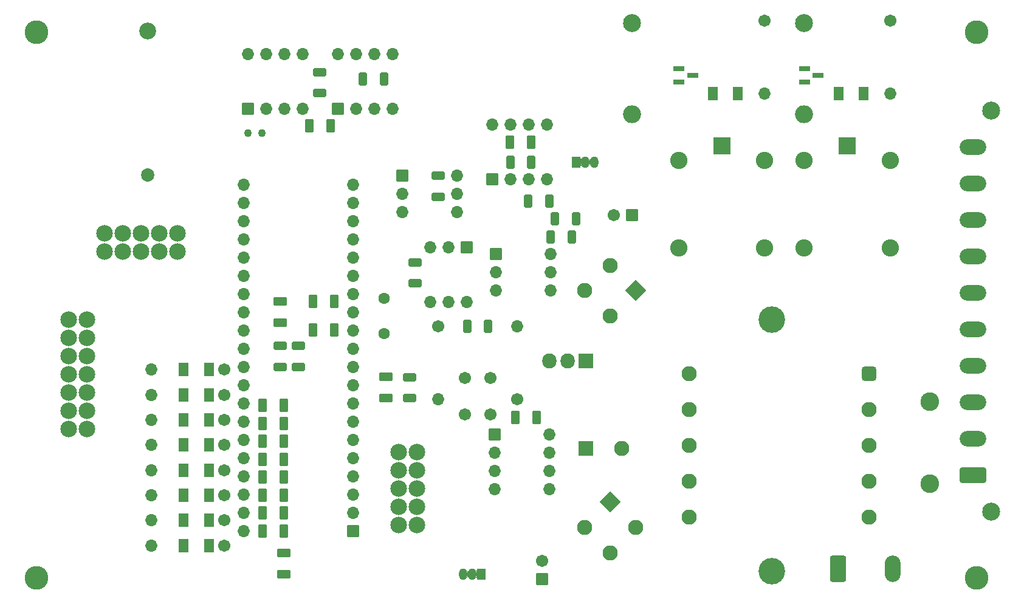
<source format=gbr>
%TF.GenerationSoftware,KiCad,Pcbnew,(6.0.6)*%
%TF.CreationDate,2022-07-28T15:05:17+07:00*%
%TF.ProjectId,_________________(__),1f3b3042-305f-43f4-903e-463541413e40,rev?*%
%TF.SameCoordinates,Original*%
%TF.FileFunction,Soldermask,Bot*%
%TF.FilePolarity,Negative*%
%FSLAX46Y46*%
G04 Gerber Fmt 4.6, Leading zero omitted, Abs format (unit mm)*
G04 Created by KiCad (PCBNEW (6.0.6)) date 2022-07-28 15:05:17*
%MOMM*%
%LPD*%
G01*
G04 APERTURE LIST*
G04 Aperture macros list*
%AMRoundRect*
0 Rectangle with rounded corners*
0 $1 Rounding radius*
0 $2 $3 $4 $5 $6 $7 $8 $9 X,Y pos of 4 corners*
0 Add a 4 corners polygon primitive as box body*
4,1,4,$2,$3,$4,$5,$6,$7,$8,$9,$2,$3,0*
0 Add four circle primitives for the rounded corners*
1,1,$1+$1,$2,$3*
1,1,$1+$1,$4,$5*
1,1,$1+$1,$6,$7*
1,1,$1+$1,$8,$9*
0 Add four rect primitives between the rounded corners*
20,1,$1+$1,$2,$3,$4,$5,0*
20,1,$1+$1,$4,$5,$6,$7,0*
20,1,$1+$1,$6,$7,$8,$9,0*
20,1,$1+$1,$8,$9,$2,$3,0*%
%AMHorizOval*
0 Thick line with rounded ends*
0 $1 width*
0 $2 $3 position (X,Y) of the first rounded end (center of the circle)*
0 $4 $5 position (X,Y) of the second rounded end (center of the circle)*
0 Add line between two ends*
20,1,$1,$2,$3,$4,$5,0*
0 Add two circle primitives to create the rounded ends*
1,1,$1,$2,$3*
1,1,$1,$4,$5*%
G04 Aperture macros list end*
%ADD10RoundRect,0.052000X0.800000X0.800000X-0.800000X0.800000X-0.800000X-0.800000X0.800000X-0.800000X0*%
%ADD11C,1.704000*%
%ADD12O,1.704000X1.704000*%
%ADD13RoundRect,0.052000X0.525000X0.750000X-0.525000X0.750000X-0.525000X-0.750000X0.525000X-0.750000X0*%
%ADD14O,1.154000X1.604000*%
%ADD15RoundRect,0.052000X0.800000X-0.800000X0.800000X0.800000X-0.800000X0.800000X-0.800000X-0.800000X0*%
%ADD16C,1.604000*%
%ADD17C,2.304000*%
%ADD18RoundRect,0.052000X-1.414214X0.000000X0.000000X-1.414214X1.414214X0.000000X0.000000X1.414214X0*%
%ADD19HorizOval,2.104000X0.000000X0.000000X0.000000X0.000000X0*%
%ADD20C,2.354000*%
%ADD21C,1.859000*%
%ADD22C,3.304000*%
%ADD23RoundRect,0.052000X0.952500X1.000000X-0.952500X1.000000X-0.952500X-1.000000X0.952500X-1.000000X0*%
%ADD24O,2.009000X2.104000*%
%ADD25RoundRect,0.052000X-0.800000X0.800000X-0.800000X-0.800000X0.800000X-0.800000X0.800000X0.800000X0*%
%ADD26RoundRect,0.302001X-0.799999X-1.549999X0.799999X-1.549999X0.799999X1.549999X-0.799999X1.549999X0*%
%ADD27O,2.204000X3.704000*%
%ADD28RoundRect,0.052000X0.000000X1.414214X-1.414214X0.000000X0.000000X-1.414214X1.414214X0.000000X0*%
%ADD29HorizOval,2.104000X0.000000X0.000000X0.000000X0.000000X0*%
%ADD30C,2.504000*%
%ADD31RoundRect,0.301999X1.550001X-0.790001X1.550001X0.790001X-1.550001X0.790001X-1.550001X-0.790001X0*%
%ADD32O,3.704000X2.184000*%
%ADD33O,2.504000X2.504000*%
%ADD34RoundRect,0.052000X-1.150000X1.150000X-1.150000X-1.150000X1.150000X-1.150000X1.150000X1.150000X0*%
%ADD35C,2.404000*%
%ADD36RoundRect,0.052000X-0.800000X-0.800000X0.800000X-0.800000X0.800000X0.800000X-0.800000X0.800000X0*%
%ADD37C,3.700000*%
%ADD38RoundRect,0.552000X0.500000X-0.500000X0.500000X0.500000X-0.500000X0.500000X-0.500000X-0.500000X0*%
%ADD39C,2.104000*%
%ADD40RoundRect,0.052000X-0.525000X-0.750000X0.525000X-0.750000X0.525000X0.750000X-0.525000X0.750000X0*%
%ADD41C,2.604000*%
%ADD42RoundRect,0.052000X-1.000000X-1.000000X1.000000X-1.000000X1.000000X1.000000X-1.000000X1.000000X0*%
%ADD43C,1.104000*%
%ADD44RoundRect,0.302000X-0.325000X-0.650000X0.325000X-0.650000X0.325000X0.650000X-0.325000X0.650000X0*%
%ADD45RoundRect,0.052000X-0.650000X-0.850000X0.650000X-0.850000X0.650000X0.850000X-0.650000X0.850000X0*%
%ADD46RoundRect,0.302000X0.312500X0.625000X-0.312500X0.625000X-0.312500X-0.625000X0.312500X-0.625000X0*%
%ADD47RoundRect,0.302000X0.625000X-0.312500X0.625000X0.312500X-0.625000X0.312500X-0.625000X-0.312500X0*%
%ADD48RoundRect,0.302000X-0.312500X-0.625000X0.312500X-0.625000X0.312500X0.625000X-0.312500X0.625000X0*%
%ADD49RoundRect,0.302000X0.650000X-0.325000X0.650000X0.325000X-0.650000X0.325000X-0.650000X-0.325000X0*%
%ADD50RoundRect,0.302000X0.325000X0.650000X-0.325000X0.650000X-0.325000X-0.650000X0.325000X-0.650000X0*%
%ADD51RoundRect,0.202000X-0.587500X-0.150000X0.587500X-0.150000X0.587500X0.150000X-0.587500X0.150000X0*%
%ADD52RoundRect,0.052000X0.650000X0.850000X-0.650000X0.850000X-0.650000X-0.850000X0.650000X-0.850000X0*%
%ADD53RoundRect,0.302000X-0.625000X0.312500X-0.625000X-0.312500X0.625000X-0.312500X0.625000X0.312500X0*%
G04 APERTURE END LIST*
D10*
%TO.C,C7*%
X115000000Y-59000000D03*
D11*
X112500000Y-59000000D03*
%TD*%
%TO.C,R15*%
X58160000Y-105000000D03*
D12*
X48000000Y-105000000D03*
%TD*%
D11*
%TO.C,R19*%
X58160000Y-91000000D03*
D12*
X48000000Y-91000000D03*
%TD*%
D13*
%TO.C,DA2*%
X94040000Y-109000000D03*
D14*
X92770000Y-109000000D03*
X91500000Y-109000000D03*
%TD*%
D11*
%TO.C,C1*%
X95300000Y-81700000D03*
X95300000Y-86700000D03*
%TD*%
%TO.C,R20*%
X58160000Y-87500000D03*
D12*
X48000000Y-87500000D03*
%TD*%
D15*
%TO.C,C10*%
X102500000Y-109682380D03*
D11*
X102500000Y-107182380D03*
%TD*%
D16*
%TO.C,ZQ1*%
X80500000Y-70550000D03*
X80500000Y-75450000D03*
%TD*%
D11*
%TO.C,R21*%
X58160000Y-84000000D03*
D12*
X48000000Y-84000000D03*
%TD*%
D17*
%TO.C,X3*%
X39040000Y-88740000D03*
X36500000Y-88740000D03*
X39040000Y-86200000D03*
X36500000Y-86200000D03*
X39040000Y-83660000D03*
X36500000Y-83660000D03*
X39040000Y-81120000D03*
X36500000Y-81120000D03*
X39040000Y-78580000D03*
X36500000Y-78580000D03*
X39040000Y-76040000D03*
X36500000Y-76040000D03*
X39040000Y-73500000D03*
X36500000Y-73500000D03*
%TD*%
D15*
%TO.C,DD4*%
X61500000Y-44120000D03*
D12*
X64040000Y-44120000D03*
X66580000Y-44120000D03*
X69120000Y-44120000D03*
X69120000Y-36500000D03*
X66580000Y-36500000D03*
X64040000Y-36500000D03*
X61500000Y-36500000D03*
%TD*%
D11*
%TO.C,R18*%
X58160000Y-94500000D03*
D12*
X48000000Y-94500000D03*
%TD*%
D18*
%TO.C,VD2*%
X111964466Y-98964466D03*
D19*
X108428932Y-102500000D03*
X111964466Y-106035534D03*
X115500000Y-102500000D03*
%TD*%
D11*
%TO.C,R25*%
X151000000Y-31840000D03*
D12*
X151000000Y-42000000D03*
%TD*%
D20*
%TO.C,BAT1*%
X47500000Y-33350000D03*
D21*
X47500000Y-53350000D03*
%TD*%
D22*
%TO.C,REF\u002A\u002A*%
X163000000Y-109500000D03*
%TD*%
D23*
%TO.C,DA1*%
X108580000Y-79300000D03*
D24*
X106040000Y-79300000D03*
X103500000Y-79300000D03*
%TD*%
D25*
%TO.C,DD7*%
X92000000Y-63500000D03*
D12*
X89460000Y-63500000D03*
X86920000Y-63500000D03*
X86920000Y-71120000D03*
X89460000Y-71120000D03*
X92000000Y-71120000D03*
%TD*%
D15*
%TO.C,DD8*%
X95500000Y-54000000D03*
D12*
X98040000Y-54000000D03*
X100580000Y-54000000D03*
X103120000Y-54000000D03*
X103120000Y-46380000D03*
X100580000Y-46380000D03*
X98040000Y-46380000D03*
X95500000Y-46380000D03*
%TD*%
D22*
%TO.C,REF\u002A\u002A*%
X32000000Y-33500000D03*
%TD*%
D26*
%TO.C,X5*%
X143690000Y-108222500D03*
D27*
X151310000Y-108222500D03*
%TD*%
D28*
%TO.C,VD1*%
X115500000Y-69500000D03*
D29*
X111964466Y-65964466D03*
X108428932Y-69500000D03*
X111964466Y-73035534D03*
%TD*%
D30*
%TO.C,X1*%
X165000000Y-100305000D03*
X165000000Y-44425000D03*
D31*
X162500000Y-95225000D03*
D32*
X162500000Y-90145000D03*
X162500000Y-85065000D03*
X162500000Y-79985000D03*
X162500000Y-74905000D03*
X162500000Y-69825000D03*
X162500000Y-64745000D03*
X162500000Y-59665000D03*
X162500000Y-54585000D03*
X162500000Y-49505000D03*
%TD*%
D30*
%TO.C,R23*%
X139000000Y-32200000D03*
D33*
X139000000Y-44900000D03*
%TD*%
D34*
%TO.C,RS2*%
X127500000Y-49350000D03*
D35*
X121500000Y-51350000D03*
X121500000Y-63550000D03*
X133500000Y-63550000D03*
X133500000Y-51350000D03*
%TD*%
D10*
%TO.C,DD1*%
X76125000Y-103000000D03*
D12*
X76125000Y-100460000D03*
X76125000Y-97920000D03*
X76125000Y-95380000D03*
X76125000Y-92840000D03*
X76125000Y-90300000D03*
X76125000Y-87760000D03*
X76125000Y-85220000D03*
X76125000Y-82680000D03*
X76125000Y-80140000D03*
X76125000Y-77600000D03*
X76125000Y-75060000D03*
X76125000Y-72520000D03*
X76125000Y-69980000D03*
X76125000Y-67440000D03*
X76125000Y-64900000D03*
X76125000Y-62360000D03*
X76125000Y-59820000D03*
X76125000Y-57280000D03*
X76125000Y-54740000D03*
X60885000Y-54740000D03*
X60885000Y-57280000D03*
X60885000Y-59820000D03*
X60885000Y-62360000D03*
X60885000Y-64900000D03*
X60885000Y-67440000D03*
X60885000Y-69980000D03*
X60885000Y-72520000D03*
X60885000Y-75060000D03*
X60885000Y-77600000D03*
X60885000Y-80140000D03*
X60885000Y-82680000D03*
X60885000Y-85220000D03*
X60885000Y-87760000D03*
X60885000Y-90300000D03*
X60885000Y-92840000D03*
X60885000Y-95380000D03*
X60885000Y-97920000D03*
X60885000Y-100460000D03*
X60885000Y-103000000D03*
%TD*%
D11*
%TO.C,R16*%
X58160000Y-101500000D03*
D12*
X48000000Y-101500000D03*
%TD*%
D17*
%TO.C,X2*%
X85000000Y-102120000D03*
X82460000Y-102120000D03*
X85000000Y-99580000D03*
X82460000Y-99580000D03*
X85000000Y-97040000D03*
X82460000Y-97040000D03*
X85000000Y-94500000D03*
X82460000Y-94500000D03*
X85000000Y-91960000D03*
X82460000Y-91960000D03*
%TD*%
D11*
%TO.C,R26*%
X133500000Y-31840000D03*
D12*
X133500000Y-42000000D03*
%TD*%
D36*
%TO.C,DD5*%
X96080000Y-64420000D03*
D12*
X96080000Y-66960000D03*
X96080000Y-69500000D03*
X103700000Y-69500000D03*
X103700000Y-66960000D03*
X103700000Y-64420000D03*
%TD*%
D37*
%TO.C,T1*%
X134500000Y-73550000D03*
X134500000Y-108550000D03*
D38*
X148000000Y-81050000D03*
D39*
X148000000Y-86050000D03*
X148000000Y-91050000D03*
X148000000Y-96050000D03*
X148000000Y-101050000D03*
X123000000Y-101050000D03*
X123000000Y-96050000D03*
X123000000Y-91050000D03*
X123000000Y-86050000D03*
X123000000Y-81050000D03*
%TD*%
D34*
%TO.C,RS1*%
X145000000Y-49350000D03*
D35*
X139000000Y-51350000D03*
X139000000Y-63550000D03*
X151000000Y-63550000D03*
X151000000Y-51350000D03*
%TD*%
D11*
%TO.C,R22*%
X58160000Y-80500000D03*
D12*
X48000000Y-80500000D03*
%TD*%
D40*
%TO.C,DA3*%
X107230000Y-51600000D03*
D14*
X108500000Y-51600000D03*
X109770000Y-51600000D03*
%TD*%
D11*
%TO.C,R17*%
X58160000Y-98000000D03*
D12*
X48000000Y-98000000D03*
%TD*%
D11*
%TO.C,R4*%
X99000000Y-84660000D03*
D12*
X99000000Y-74500000D03*
%TD*%
D11*
%TO.C,R5*%
X88000000Y-74500000D03*
D12*
X88000000Y-84660000D03*
%TD*%
D41*
%TO.C,F1*%
X156500000Y-96400000D03*
X156500000Y-85000000D03*
%TD*%
D17*
%TO.C,X4*%
X41500000Y-64040000D03*
X41500000Y-61500000D03*
X44040000Y-64040000D03*
X44040000Y-61500000D03*
X46580000Y-64040000D03*
X46580000Y-61500000D03*
X49120000Y-64040000D03*
X49120000Y-61500000D03*
X51660000Y-64040000D03*
X51660000Y-61500000D03*
%TD*%
D22*
%TO.C,REF\u002A\u002A*%
X163000000Y-33500000D03*
%TD*%
D36*
%TO.C,DD2*%
X95880000Y-89500000D03*
D12*
X95880000Y-92040000D03*
X95880000Y-94580000D03*
X95880000Y-97120000D03*
X103500000Y-97120000D03*
X103500000Y-94580000D03*
X103500000Y-92040000D03*
X103500000Y-89500000D03*
%TD*%
D15*
%TO.C,DD3*%
X74000000Y-44120000D03*
D12*
X76540000Y-44120000D03*
X79080000Y-44120000D03*
X81620000Y-44120000D03*
X81620000Y-36500000D03*
X79080000Y-36500000D03*
X76540000Y-36500000D03*
X74000000Y-36500000D03*
%TD*%
D22*
%TO.C,REF\u002A\u002A*%
X32000000Y-109500000D03*
%TD*%
D36*
%TO.C,DD6*%
X83000000Y-53460000D03*
D12*
X83000000Y-56000000D03*
X83000000Y-58540000D03*
X90620000Y-58540000D03*
X90620000Y-56000000D03*
X90620000Y-53460000D03*
%TD*%
D42*
%TO.C,C9*%
X108580000Y-91500000D03*
D39*
X113580000Y-91500000D03*
%TD*%
D43*
%TO.C,ZQ2*%
X61500000Y-47500000D03*
X63400000Y-47500000D03*
%TD*%
D30*
%TO.C,R24*%
X115000000Y-32200000D03*
D33*
X115000000Y-44900000D03*
%TD*%
D11*
%TO.C,C2*%
X91700000Y-81700000D03*
X91700000Y-86700000D03*
%TD*%
D44*
%TO.C,C18*%
X63525000Y-93000000D03*
X66475000Y-93000000D03*
%TD*%
D45*
%TO.C,VD5*%
X52550000Y-105000000D03*
X56050000Y-105000000D03*
%TD*%
D46*
%TO.C,R8*%
X103462500Y-57000000D03*
X100537500Y-57000000D03*
%TD*%
D47*
%TO.C,R10*%
X84800000Y-68462500D03*
X84800000Y-65537500D03*
%TD*%
%TO.C,R2*%
X71500000Y-41962500D03*
X71500000Y-39037500D03*
%TD*%
D44*
%TO.C,C17*%
X63525000Y-95500000D03*
X66475000Y-95500000D03*
%TD*%
D48*
%TO.C,R6*%
X104275000Y-59500000D03*
X107200000Y-59500000D03*
%TD*%
D49*
%TO.C,C13*%
X66000000Y-73975000D03*
X66000000Y-71025000D03*
%TD*%
D50*
%TO.C,C8*%
X101700000Y-87200000D03*
X98750000Y-87200000D03*
%TD*%
D48*
%TO.C,R3*%
X77537500Y-40000000D03*
X80462500Y-40000000D03*
%TD*%
D45*
%TO.C,VD9*%
X52550000Y-91000000D03*
X56050000Y-91000000D03*
%TD*%
D51*
%TO.C,VT2*%
X121562500Y-40450000D03*
X121562500Y-38550000D03*
X123437500Y-39500000D03*
%TD*%
%TO.C,VT1*%
X139062500Y-40450000D03*
X139062500Y-38550000D03*
X140937500Y-39500000D03*
%TD*%
D44*
%TO.C,C19*%
X63525000Y-90500000D03*
X66475000Y-90500000D03*
%TD*%
D45*
%TO.C,VD10*%
X52550000Y-87500000D03*
X56050000Y-87500000D03*
%TD*%
D48*
%TO.C,R7*%
X98037500Y-51600000D03*
X100962500Y-51600000D03*
%TD*%
D49*
%TO.C,C11*%
X66500000Y-108975000D03*
X66500000Y-106025000D03*
%TD*%
D44*
%TO.C,C16*%
X63525000Y-98000000D03*
X66475000Y-98000000D03*
%TD*%
D47*
%TO.C,R14*%
X68500000Y-80100000D03*
X68500000Y-77175000D03*
%TD*%
D52*
%TO.C,VD4*%
X129750000Y-42000000D03*
X126250000Y-42000000D03*
%TD*%
D53*
%TO.C,R13*%
X66000000Y-77175000D03*
X66000000Y-80100000D03*
%TD*%
D44*
%TO.C,C21*%
X63525000Y-85500000D03*
X66475000Y-85500000D03*
%TD*%
D50*
%TO.C,C12*%
X72975000Y-46500000D03*
X70025000Y-46500000D03*
%TD*%
D44*
%TO.C,C5*%
X70525000Y-71000000D03*
X73475000Y-71000000D03*
%TD*%
D52*
%TO.C,VD3*%
X147250000Y-42000000D03*
X143750000Y-42000000D03*
%TD*%
D45*
%TO.C,VD8*%
X52550000Y-94500000D03*
X56050000Y-94500000D03*
%TD*%
%TO.C,VD6*%
X52550000Y-101500000D03*
X56050000Y-101500000D03*
%TD*%
D44*
%TO.C,C6*%
X98025000Y-48800000D03*
X100975000Y-48800000D03*
%TD*%
D49*
%TO.C,C3*%
X80700000Y-84475000D03*
X80700000Y-81525000D03*
%TD*%
D44*
%TO.C,C20*%
X63525000Y-88000000D03*
X66475000Y-88000000D03*
%TD*%
D48*
%TO.C,R12*%
X92037500Y-74500000D03*
X94962500Y-74500000D03*
%TD*%
D53*
%TO.C,R11*%
X88000000Y-53500000D03*
X88000000Y-56425000D03*
%TD*%
D44*
%TO.C,C4*%
X70525000Y-75000000D03*
X73475000Y-75000000D03*
%TD*%
%TO.C,C14*%
X63525000Y-103000000D03*
X66475000Y-103000000D03*
%TD*%
D48*
%TO.C,R9*%
X103700000Y-62000000D03*
X106625000Y-62000000D03*
%TD*%
D45*
%TO.C,VD12*%
X52550000Y-80500000D03*
X56050000Y-80500000D03*
%TD*%
D47*
%TO.C,R1*%
X84000000Y-84462500D03*
X84000000Y-81537500D03*
%TD*%
D45*
%TO.C,VD11*%
X52550000Y-84000000D03*
X56050000Y-84000000D03*
%TD*%
%TO.C,VD7*%
X52550000Y-98000000D03*
X56050000Y-98000000D03*
%TD*%
D44*
%TO.C,C15*%
X63525000Y-100500000D03*
X66475000Y-100500000D03*
%TD*%
G36*
X93464212Y-108369441D02*
G01*
X93465000Y-108371032D01*
X93465000Y-109628826D01*
X93464000Y-109630558D01*
X93462000Y-109630558D01*
X93461081Y-109629389D01*
X93441405Y-109562377D01*
X93389062Y-109517022D01*
X93320509Y-109507165D01*
X93257353Y-109536008D01*
X93241332Y-109553742D01*
X93239429Y-109554357D01*
X93237945Y-109553016D01*
X93238261Y-109551183D01*
X93267951Y-109512490D01*
X93325390Y-109373817D01*
X93345000Y-109224868D01*
X93345000Y-108775132D01*
X93325390Y-108626183D01*
X93267951Y-108487510D01*
X93234560Y-108443995D01*
X93234299Y-108442012D01*
X93235886Y-108440794D01*
X93237409Y-108441226D01*
X93290422Y-108484364D01*
X93359249Y-108492095D01*
X93421328Y-108461389D01*
X93457038Y-108401852D01*
X93461016Y-108370778D01*
X93462228Y-108369187D01*
X93464212Y-108369441D01*
G37*
G36*
X92267205Y-108497516D02*
G01*
X92267239Y-108499123D01*
X92214610Y-108626183D01*
X92195000Y-108775132D01*
X92195000Y-109224868D01*
X92214610Y-109373817D01*
X92266066Y-109498045D01*
X92265805Y-109500028D01*
X92263957Y-109500793D01*
X92262570Y-109499943D01*
X92257819Y-109493030D01*
X92257596Y-109492604D01*
X92249914Y-109472274D01*
X92207993Y-109416770D01*
X92142997Y-109392845D01*
X92075387Y-109407857D01*
X92026458Y-109457206D01*
X92020132Y-109470869D01*
X92009571Y-109497958D01*
X92009344Y-109498382D01*
X92006245Y-109502792D01*
X92004431Y-109503634D01*
X92002795Y-109502484D01*
X92002761Y-109500877D01*
X92055390Y-109373817D01*
X92075000Y-109224868D01*
X92075000Y-108775132D01*
X92055390Y-108626183D01*
X92003934Y-108501955D01*
X92004195Y-108499972D01*
X92006043Y-108499207D01*
X92007430Y-108500057D01*
X92012181Y-108506970D01*
X92012404Y-108507396D01*
X92020086Y-108527726D01*
X92062007Y-108583230D01*
X92127003Y-108607155D01*
X92194613Y-108592143D01*
X92243542Y-108542794D01*
X92249868Y-108529131D01*
X92260429Y-108502042D01*
X92260656Y-108501618D01*
X92263755Y-108497208D01*
X92265569Y-108496366D01*
X92267205Y-108497516D01*
G37*
G36*
X164045852Y-96315999D02*
G01*
X164045852Y-96317999D01*
X164044301Y-96318991D01*
X164044290Y-96318992D01*
X164044109Y-96319000D01*
X160955891Y-96319000D01*
X160954159Y-96318000D01*
X160954159Y-96316000D01*
X160955891Y-96315000D01*
X164044120Y-96314999D01*
X164045852Y-96315999D01*
G37*
G36*
X164045841Y-94132000D02*
G01*
X164045841Y-94134000D01*
X164044109Y-94135000D01*
X160955880Y-94135001D01*
X160954148Y-94134001D01*
X160954148Y-94132001D01*
X160955699Y-94131009D01*
X160955710Y-94131008D01*
X160955891Y-94131000D01*
X164044109Y-94131000D01*
X164045841Y-94132000D01*
G37*
G36*
X107808919Y-50970611D02*
G01*
X107828595Y-51037623D01*
X107880938Y-51082978D01*
X107949491Y-51092835D01*
X108012647Y-51063992D01*
X108028668Y-51046258D01*
X108030571Y-51045643D01*
X108032055Y-51046984D01*
X108031739Y-51048817D01*
X108002049Y-51087510D01*
X107944610Y-51226183D01*
X107925000Y-51375132D01*
X107925000Y-51824868D01*
X107944610Y-51973817D01*
X108002049Y-52112490D01*
X108035440Y-52156005D01*
X108035701Y-52157988D01*
X108034114Y-52159206D01*
X108032591Y-52158774D01*
X107979578Y-52115636D01*
X107910751Y-52107905D01*
X107848672Y-52138611D01*
X107812962Y-52198148D01*
X107808984Y-52229222D01*
X107807772Y-52230813D01*
X107805788Y-52230559D01*
X107805000Y-52228968D01*
X107805000Y-50971174D01*
X107806000Y-50969442D01*
X107808000Y-50969442D01*
X107808919Y-50970611D01*
G37*
G36*
X109267205Y-51097516D02*
G01*
X109267239Y-51099123D01*
X109214610Y-51226183D01*
X109195000Y-51375132D01*
X109195000Y-51824868D01*
X109214610Y-51973817D01*
X109266066Y-52098045D01*
X109265805Y-52100028D01*
X109263957Y-52100793D01*
X109262570Y-52099943D01*
X109257819Y-52093030D01*
X109257596Y-52092604D01*
X109249914Y-52072274D01*
X109207993Y-52016770D01*
X109142997Y-51992845D01*
X109075387Y-52007857D01*
X109026458Y-52057206D01*
X109020132Y-52070869D01*
X109009571Y-52097958D01*
X109009344Y-52098382D01*
X109006245Y-52102792D01*
X109004431Y-52103634D01*
X109002795Y-52102484D01*
X109002761Y-52100877D01*
X109055390Y-51973817D01*
X109075000Y-51824868D01*
X109075000Y-51375132D01*
X109055390Y-51226183D01*
X109003934Y-51101955D01*
X109004195Y-51099972D01*
X109006043Y-51099207D01*
X109007430Y-51100057D01*
X109012181Y-51106970D01*
X109012404Y-51107396D01*
X109020086Y-51127726D01*
X109062007Y-51183230D01*
X109127003Y-51207155D01*
X109194613Y-51192143D01*
X109243542Y-51142794D01*
X109249868Y-51129131D01*
X109260429Y-51102042D01*
X109260656Y-51101618D01*
X109263755Y-51097208D01*
X109265569Y-51096366D01*
X109267205Y-51097516D01*
G37*
M02*

</source>
